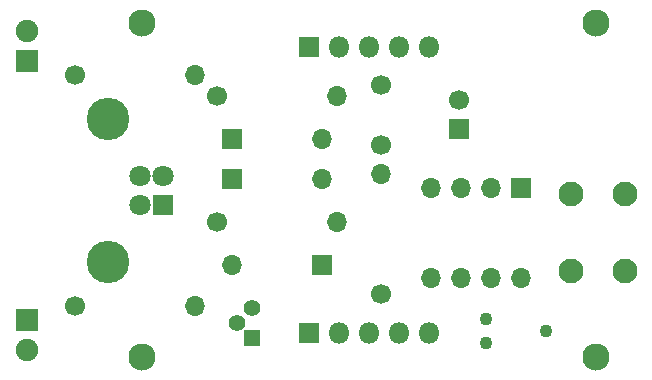
<source format=gbr>
G04 #@! TF.GenerationSoftware,KiCad,Pcbnew,(5.0.0)*
G04 #@! TF.CreationDate,2018-09-10T18:50:31-05:00*
G04 #@! TF.ProjectId,mini-attinyuino,6D696E692D617474696E7975696E6F2E,1.0*
G04 #@! TF.SameCoordinates,Original*
G04 #@! TF.FileFunction,Soldermask,Bot*
G04 #@! TF.FilePolarity,Negative*
%FSLAX46Y46*%
G04 Gerber Fmt 4.6, Leading zero omitted, Abs format (unit mm)*
G04 Created by KiCad (PCBNEW (5.0.0)) date 09/10/18 18:50:31*
%MOMM*%
%LPD*%
G01*
G04 APERTURE LIST*
%ADD10R,1.800000X1.800000*%
%ADD11O,1.800000X1.800000*%
%ADD12R,1.700000X1.700000*%
%ADD13C,1.700000*%
%ADD14R,1.900000X1.900000*%
%ADD15C,1.900000*%
%ADD16O,1.700000X1.700000*%
%ADD17C,1.800000*%
%ADD18C,3.600000*%
%ADD19C,2.300000*%
%ADD20C,1.090600*%
%ADD21C,2.100000*%
%ADD22C,1.400000*%
%ADD23R,1.400000X1.400000*%
G04 APERTURE END LIST*
D10*
G04 #@! TO.C,J1*
X120514000Y-111023000D03*
D11*
X123054000Y-111023000D03*
X125594000Y-111023000D03*
X128134000Y-111023000D03*
X130674000Y-111023000D03*
G04 #@! TD*
D12*
G04 #@! TO.C,C1*
X133215000Y-93753800D03*
D13*
X133215000Y-91253800D03*
G04 #@! TD*
G04 #@! TO.C,C2*
X126591000Y-95048700D03*
X126591000Y-90048700D03*
G04 #@! TD*
D14*
G04 #@! TO.C,D1*
X96631800Y-109913000D03*
D15*
X96631800Y-112453000D03*
G04 #@! TD*
D12*
G04 #@! TO.C,D2*
X121623000Y-105256000D03*
D16*
X114003000Y-105256000D03*
G04 #@! TD*
D15*
G04 #@! TO.C,D3*
X96631800Y-85410500D03*
D14*
X96631800Y-87950500D03*
G04 #@! TD*
D12*
G04 #@! TO.C,D4*
X114003000Y-94592300D03*
D16*
X121623000Y-94592300D03*
G04 #@! TD*
G04 #@! TO.C,D5*
X121623000Y-97980300D03*
D12*
X114003000Y-97980300D03*
G04 #@! TD*
D11*
G04 #@! TO.C,J2*
X130674000Y-86766400D03*
X128134000Y-86766400D03*
X125594000Y-86766400D03*
X123054000Y-86766400D03*
D10*
X120514000Y-86766400D03*
G04 #@! TD*
G04 #@! TO.C,J3*
X108204000Y-100182000D03*
D17*
X108204000Y-97682000D03*
X106204000Y-97682000D03*
X106204000Y-100182000D03*
D18*
X103494000Y-104952000D03*
X103494000Y-92912000D03*
G04 #@! TD*
D19*
G04 #@! TO.C,MH1*
X144798000Y-113068000D03*
G04 #@! TD*
G04 #@! TO.C,MH2*
X144798000Y-84744600D03*
G04 #@! TD*
G04 #@! TO.C,MH3*
X106380000Y-113068000D03*
G04 #@! TD*
G04 #@! TO.C,MH4*
X106380000Y-84744600D03*
G04 #@! TD*
D20*
G04 #@! TO.C,P1*
X135537000Y-111839000D03*
X135537000Y-109807000D03*
X140617000Y-110823000D03*
G04 #@! TD*
D13*
G04 #@! TO.C,R1*
X100752000Y-108735000D03*
D16*
X110912000Y-108735000D03*
G04 #@! TD*
D13*
G04 #@! TO.C,R2*
X100752000Y-89179400D03*
D16*
X110912000Y-89179400D03*
G04 #@! TD*
D13*
G04 #@! TO.C,R3*
X112733000Y-101618000D03*
D16*
X122893000Y-101618000D03*
G04 #@! TD*
G04 #@! TO.C,R4*
X126591000Y-97581000D03*
D13*
X126591000Y-107741000D03*
G04 #@! TD*
D16*
G04 #@! TO.C,R5*
X122893000Y-90954400D03*
D13*
X112733000Y-90954400D03*
G04 #@! TD*
D21*
G04 #@! TO.C,SW1*
X142744000Y-99236600D03*
X147244000Y-99236600D03*
X142744000Y-105736600D03*
X147244000Y-105736600D03*
G04 #@! TD*
D22*
G04 #@! TO.C,U1*
X114428000Y-110124000D03*
X115698000Y-108854000D03*
D23*
X115698000Y-111394000D03*
G04 #@! TD*
D12*
G04 #@! TO.C,U2*
X138467000Y-98686600D03*
D16*
X130847000Y-106306600D03*
X135927000Y-98686600D03*
X133387000Y-106306600D03*
X133387000Y-98686600D03*
X135927000Y-106306600D03*
X130847000Y-98686600D03*
X138467000Y-106306600D03*
G04 #@! TD*
M02*

</source>
